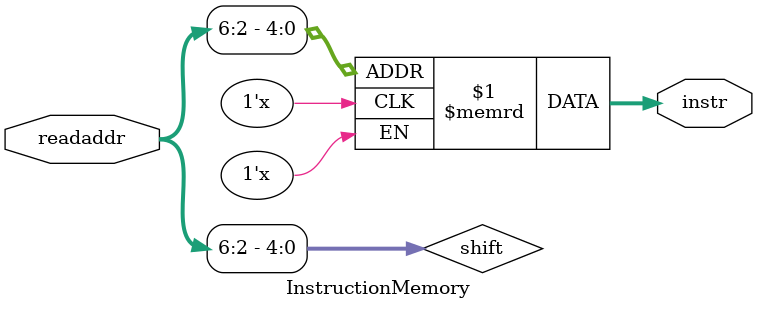
<source format=v>
module InstructionMemory (
	input [6:0] readaddr,
	output [31:0] instr
	);

	reg [31:0] Imemory [63:0];
	wire [4:0] shift;
	assign shift = readaddr[6:2];
	assign instr = Imemory[shift];

	//initial begin	//test case				
	//	Imemory[0] = ;
			
//	end
endmodule
</source>
